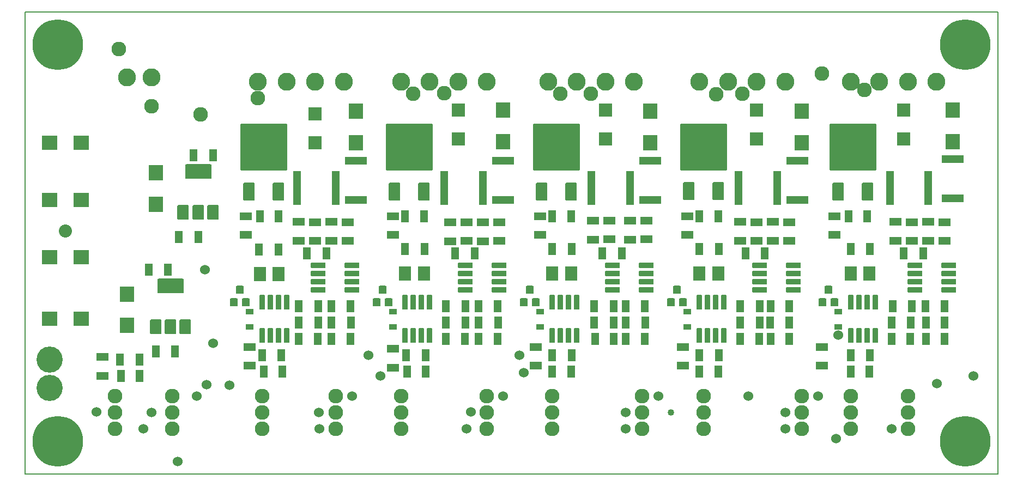
<source format=gbr>
G04 PROTEUS GERBER X2 FILE*
%TF.GenerationSoftware,Labcenter,Proteus,8.7-SP3-Build25561*%
%TF.CreationDate,2021-04-27T11:41:34+00:00*%
%TF.FileFunction,Soldermask,Top*%
%TF.FilePolarity,Negative*%
%TF.Part,Single*%
%TF.SameCoordinates,{43023d15-ec65-4f75-b5c5-abaf8f280f1e}*%
%FSLAX45Y45*%
%MOMM*%
G01*
%TA.AperFunction,Material*%
%ADD43C,1.016000*%
%ADD44C,1.524000*%
%ADD45C,2.032000*%
%ADD46C,2.286000*%
%AMPPAD041*
4,1,4,
0.596900,-2.654300,
-0.596900,-2.654300,
-0.596900,2.654300,
0.596900,2.654300,
0.596900,-2.654300,
0*%
%TA.AperFunction,Material*%
%ADD47PPAD041*%
%TA.AperFunction,Material*%
%ADD48C,4.064000*%
%ADD49C,2.794000*%
%AMPPAD044*
4,1,36,
-0.762000,1.143000,
0.762000,1.143000,
0.787970,1.140470,
0.811980,1.133200,
0.833580,1.121650,
0.852290,1.106290,
0.867650,1.087570,
0.879200,1.065980,
0.886470,1.041970,
0.889000,1.016000,
0.889000,-1.016000,
0.886470,-1.041970,
0.879200,-1.065980,
0.867650,-1.087570,
0.852290,-1.106290,
0.833580,-1.121650,
0.811980,-1.133200,
0.787970,-1.140470,
0.762000,-1.143000,
-0.762000,-1.143000,
-0.787970,-1.140470,
-0.811980,-1.133200,
-0.833580,-1.121650,
-0.852290,-1.106290,
-0.867650,-1.087570,
-0.879200,-1.065980,
-0.886470,-1.041970,
-0.889000,-1.016000,
-0.889000,1.016000,
-0.886470,1.041970,
-0.879200,1.065980,
-0.867650,1.087570,
-0.852290,1.106290,
-0.833580,1.121650,
-0.811980,1.133200,
-0.787970,1.140470,
-0.762000,1.143000,
0*%
%TA.AperFunction,Material*%
%ADD50PPAD044*%
%AMPPAD045*
4,1,36,
2.032000,1.016000,
2.032000,-1.016000,
2.029470,-1.041970,
2.022200,-1.065980,
2.010650,-1.087580,
1.995290,-1.106290,
1.976570,-1.121650,
1.954980,-1.133200,
1.930970,-1.140470,
1.905000,-1.143000,
-1.905000,-1.143000,
-1.930970,-1.140470,
-1.954980,-1.133200,
-1.976570,-1.121650,
-1.995290,-1.106290,
-2.010650,-1.087580,
-2.022200,-1.065980,
-2.029470,-1.041970,
-2.032000,-1.016000,
-2.032000,1.016000,
-2.029470,1.041970,
-2.022200,1.065980,
-2.010650,1.087580,
-1.995290,1.106290,
-1.976570,1.121650,
-1.954980,1.133200,
-1.930970,1.140470,
-1.905000,1.143000,
1.905000,1.143000,
1.930970,1.140470,
1.954980,1.133200,
1.976570,1.121650,
1.995290,1.106290,
2.010650,1.087580,
2.022200,1.065980,
2.029470,1.041970,
2.032000,1.016000,
0*%
%ADD51PPAD045*%
%AMPPAD046*
4,1,4,
-0.571500,0.901700,
0.571500,0.901700,
0.571500,-0.901700,
-0.571500,-0.901700,
-0.571500,0.901700,
0*%
%TA.AperFunction,Material*%
%ADD52PPAD046*%
%AMPPAD047*
4,1,4,
1.054100,-1.054100,
-1.054100,-1.054100,
-1.054100,1.054100,
1.054100,1.054100,
1.054100,-1.054100,
0*%
%ADD53PPAD047*%
%AMPPAD048*
4,1,4,
1.130300,-1.181100,
-1.130300,-1.181100,
-1.130300,1.181100,
1.130300,1.181100,
1.130300,-1.181100,
0*%
%ADD54PPAD048*%
%AMPPAD049*
4,1,4,
1.701800,0.622300,
1.701800,-0.622300,
-1.701800,-0.622300,
-1.701800,0.622300,
1.701800,0.622300,
0*%
%ADD55PPAD049*%
%AMPPAD050*
4,1,36,
-3.492500,3.619500,
3.492500,3.619500,
3.518470,3.616970,
3.542480,3.609700,
3.564080,3.598150,
3.582790,3.582790,
3.598150,3.564070,
3.609700,3.542480,
3.616970,3.518470,
3.619500,3.492500,
3.619500,-3.492500,
3.616970,-3.518470,
3.609700,-3.542480,
3.598150,-3.564070,
3.582790,-3.582790,
3.564080,-3.598150,
3.542480,-3.609700,
3.518470,-3.616970,
3.492500,-3.619500,
-3.492500,-3.619500,
-3.518470,-3.616970,
-3.542480,-3.609700,
-3.564080,-3.598150,
-3.582790,-3.582790,
-3.598150,-3.564070,
-3.609700,-3.542480,
-3.616970,-3.518470,
-3.619500,-3.492500,
-3.619500,3.492500,
-3.616970,3.518470,
-3.609700,3.542480,
-3.598150,3.564070,
-3.582790,3.582790,
-3.564080,3.598150,
-3.542480,3.609700,
-3.518470,3.616970,
-3.492500,3.619500,
0*%
%TA.AperFunction,Material*%
%ADD56PPAD050*%
%AMPPAD051*
4,1,36,
-0.762000,1.397000,
0.762000,1.397000,
0.787970,1.394470,
0.811980,1.387200,
0.833580,1.375650,
0.852290,1.360290,
0.867650,1.341570,
0.879200,1.319980,
0.886470,1.295970,
0.889000,1.270000,
0.889000,-1.270000,
0.886470,-1.295970,
0.879200,-1.319980,
0.867650,-1.341570,
0.852290,-1.360290,
0.833580,-1.375650,
0.811980,-1.387200,
0.787970,-1.394470,
0.762000,-1.397000,
-0.762000,-1.397000,
-0.787970,-1.394470,
-0.811980,-1.387200,
-0.833580,-1.375650,
-0.852290,-1.360290,
-0.867650,-1.341570,
-0.879200,-1.319980,
-0.886470,-1.295970,
-0.889000,-1.270000,
-0.889000,1.270000,
-0.886470,1.295970,
-0.879200,1.319980,
-0.867650,1.341570,
-0.852290,1.360290,
-0.833580,1.375650,
-0.811980,1.387200,
-0.787970,1.394470,
-0.762000,1.397000,
0*%
%ADD57PPAD051*%
%AMPPAD052*
4,1,36,
0.317500,-1.143000,
-0.317500,-1.143000,
-0.343470,-1.140470,
-0.367480,-1.133200,
-0.389080,-1.121650,
-0.407790,-1.106290,
-0.423150,-1.087570,
-0.434700,-1.065980,
-0.441970,-1.041970,
-0.444500,-1.016000,
-0.444500,1.016000,
-0.441970,1.041970,
-0.434700,1.065980,
-0.423150,1.087570,
-0.407790,1.106290,
-0.389080,1.121650,
-0.367480,1.133200,
-0.343470,1.140470,
-0.317500,1.143000,
0.317500,1.143000,
0.343470,1.140470,
0.367480,1.133200,
0.389080,1.121650,
0.407790,1.106290,
0.423150,1.087570,
0.434700,1.065980,
0.441970,1.041970,
0.444500,1.016000,
0.444500,-1.016000,
0.441970,-1.041970,
0.434700,-1.065980,
0.423150,-1.087570,
0.407790,-1.106290,
0.389080,-1.121650,
0.367480,-1.133200,
0.343470,-1.140470,
0.317500,-1.143000,
0*%
%TA.AperFunction,Material*%
%ADD58PPAD052*%
%AMPPAD053*
4,1,4,
0.901700,0.571500,
0.901700,-0.571500,
-0.901700,-0.571500,
-0.901700,0.571500,
0.901700,0.571500,
0*%
%TA.AperFunction,Material*%
%ADD59PPAD053*%
%AMPPAD054*
4,1,4,
-0.901700,1.130300,
0.901700,1.130300,
0.901700,-1.130300,
-0.901700,-1.130300,
-0.901700,1.130300,
0*%
%ADD60PPAD054*%
%AMPPAD055*
4,1,36,
0.571500,0.317500,
0.571500,-0.317500,
0.568970,-0.343470,
0.561700,-0.367480,
0.550150,-0.389080,
0.534790,-0.407790,
0.516070,-0.423150,
0.494480,-0.434700,
0.470470,-0.441970,
0.444500,-0.444500,
-0.444500,-0.444500,
-0.470470,-0.441970,
-0.494480,-0.434700,
-0.516070,-0.423150,
-0.534790,-0.407790,
-0.550150,-0.389080,
-0.561700,-0.367480,
-0.568970,-0.343470,
-0.571500,-0.317500,
-0.571500,0.317500,
-0.568970,0.343470,
-0.561700,0.367480,
-0.550150,0.389080,
-0.534790,0.407790,
-0.516070,0.423150,
-0.494480,0.434700,
-0.470470,0.441970,
-0.444500,0.444500,
0.444500,0.444500,
0.470470,0.441970,
0.494480,0.434700,
0.516070,0.423150,
0.534790,0.407790,
0.550150,0.389080,
0.561700,0.367480,
0.568970,0.343470,
0.571500,0.317500,
0*%
%ADD61PPAD055*%
%AMPPAD056*
4,1,36,
0.444500,-0.635000,
-0.444500,-0.635000,
-0.470470,-0.632470,
-0.494480,-0.625200,
-0.516080,-0.613650,
-0.534790,-0.598290,
-0.550150,-0.579570,
-0.561700,-0.557980,
-0.568970,-0.533970,
-0.571500,-0.508000,
-0.571500,0.508000,
-0.568970,0.533970,
-0.561700,0.557980,
-0.550150,0.579570,
-0.534790,0.598290,
-0.516080,0.613650,
-0.494480,0.625200,
-0.470470,0.632470,
-0.444500,0.635000,
0.444500,0.635000,
0.470470,0.632470,
0.494480,0.625200,
0.516080,0.613650,
0.534790,0.598290,
0.550150,0.579570,
0.561700,0.557980,
0.568970,0.533970,
0.571500,0.508000,
0.571500,-0.508000,
0.568970,-0.533970,
0.561700,-0.557980,
0.550150,-0.579570,
0.534790,-0.598290,
0.516080,-0.613650,
0.494480,-0.625200,
0.470470,-0.632470,
0.444500,-0.635000,
0*%
%TA.AperFunction,Material*%
%ADD62PPAD056*%
%AMPPAD057*
4,1,36,
-1.143000,-0.317500,
-1.143000,0.317500,
-1.140470,0.343470,
-1.133200,0.367480,
-1.121650,0.389080,
-1.106290,0.407790,
-1.087570,0.423150,
-1.065980,0.434700,
-1.041970,0.441970,
-1.016000,0.444500,
1.016000,0.444500,
1.041970,0.441970,
1.065980,0.434700,
1.087570,0.423150,
1.106290,0.407790,
1.121650,0.389080,
1.133200,0.367480,
1.140470,0.343470,
1.143000,0.317500,
1.143000,-0.317500,
1.140470,-0.343470,
1.133200,-0.367480,
1.121650,-0.389080,
1.106290,-0.407790,
1.087570,-0.423150,
1.065980,-0.434700,
1.041970,-0.441970,
1.016000,-0.444500,
-1.016000,-0.444500,
-1.041970,-0.441970,
-1.065980,-0.434700,
-1.087570,-0.423150,
-1.106290,-0.407790,
-1.121650,-0.389080,
-1.133200,-0.367480,
-1.140470,-0.343470,
-1.143000,-0.317500,
0*%
%TA.AperFunction,Material*%
%ADD63PPAD057*%
%AMPPAD058*
4,1,4,
-1.181100,-1.130300,
-1.181100,1.130300,
1.181100,1.130300,
1.181100,-1.130300,
-1.181100,-1.130300,
0*%
%TA.AperFunction,Material*%
%ADD64PPAD058*%
%TA.AperFunction,Material*%
%ADD65C,7.874000*%
%TA.AperFunction,Profile*%
%ADD37C,0.203200*%
%TD.AperFunction*%
D43*
X+1145382Y-2682923D03*
D44*
X-1079500Y-2730500D03*
X-2032000Y-3556000D03*
X-1524000Y-3048000D03*
X-1270000Y-2413000D03*
X+825500Y-3048000D03*
X+319343Y-3295127D03*
X+254000Y-3556000D03*
X+2730500Y-3302000D03*
X+2730500Y-3556000D03*
X-4233153Y-4064000D03*
X-2039404Y-3298486D03*
X-2033394Y-3554606D03*
X+5207000Y-3302000D03*
X+5207000Y-3556000D03*
X+6032500Y-2095500D03*
X+3238500Y-3048000D03*
X+1079500Y-2413000D03*
X+1143584Y-2681125D03*
X-3783137Y-2867613D03*
X-3424759Y-2876572D03*
X-3810000Y-1079500D03*
X-3683000Y-2222500D03*
X+6858000Y-3556000D03*
D43*
X-4635500Y-3302000D03*
D44*
X+5715000Y-3048000D03*
D43*
X+7556500Y-2857500D03*
X+3429000Y-3302000D03*
D44*
X-3937000Y-3048000D03*
X-4635657Y-3301843D03*
X-4762500Y-3556000D03*
X+4635500Y-3048000D03*
X+5995294Y-3705851D03*
X+8128000Y-2730500D03*
X+7558600Y-2855400D03*
D45*
X-5973747Y-483809D03*
D44*
X-5497414Y-3295974D03*
D46*
X-5143500Y+2349500D03*
X-3873500Y+1333500D03*
X-4635500Y+1460500D03*
X-2984500Y+1587500D03*
X-571500Y+1651000D03*
X-88587Y+1658838D03*
X+1714500Y+1651000D03*
X+2182519Y+1654135D03*
X+4134346Y+1645009D03*
X+4538704Y+1652360D03*
X+5778500Y+1968500D03*
X+6437156Y+1707029D03*
D47*
X-1778000Y+190500D03*
X-2378000Y+190500D03*
D48*
X-6223000Y-2476500D03*
X-6223000Y-2921000D03*
D49*
X-2095500Y+1841500D03*
X-1651000Y+1841500D03*
D46*
X-2921000Y-3556000D03*
X-2921000Y-3048000D03*
X-2921000Y-3302000D03*
D50*
X-4145280Y-190500D03*
D51*
X-3914140Y+439420D03*
D50*
X-3914140Y-190500D03*
X-3683000Y-190500D03*
D52*
X-3983000Y+698500D03*
X-3683000Y+698500D03*
X-4214140Y-571500D03*
X-3914140Y-571500D03*
D53*
X-2095500Y+1339000D03*
X-2095500Y+889000D03*
D54*
X-1460500Y+889000D03*
X-1460500Y+1379000D03*
X-4572000Y-63500D03*
X-4572000Y+426500D03*
D55*
X-1460500Y+610000D03*
X-1460500Y+0D03*
D56*
X-2895600Y+817880D03*
D57*
X-3124200Y+127000D03*
X-2667000Y+127000D03*
D58*
X-2921000Y-2108200D03*
X-2794000Y-2108200D03*
X-2667000Y-2108200D03*
X-2540000Y-2108200D03*
X-2540000Y-1587500D03*
X-2667000Y-1587500D03*
X-2794000Y-1587500D03*
X-2921000Y-1587500D03*
D52*
X-2667000Y-254000D03*
X-2957000Y-254000D03*
D59*
X-3175000Y-254000D03*
X-3175000Y-544000D03*
D52*
X-2967000Y-768350D03*
X-2667000Y-768350D03*
D60*
X-2957000Y-1149350D03*
X-2667000Y-1149350D03*
D61*
X-3111500Y-1968500D03*
X-3111500Y-1733550D03*
D52*
X-2921000Y-2413000D03*
X-2621000Y-2413000D03*
X-2893500Y-2667000D03*
X-2603500Y-2667000D03*
D62*
X-3268980Y-1397000D03*
X-3362960Y-1587500D03*
X-3175000Y-1587500D03*
D59*
X-3111500Y-2286000D03*
X-3111500Y-2576000D03*
X-1587500Y-635000D03*
X-1587500Y-345000D03*
X-2095500Y-635000D03*
X-2095500Y-345000D03*
X-1841500Y-335000D03*
X-1841500Y-635000D03*
D63*
X-2044700Y-1016000D03*
X-2044700Y-1143000D03*
X-2044700Y-1270000D03*
X-2044700Y-1397000D03*
X-1524000Y-1397000D03*
X-1524000Y-1270000D03*
X-1524000Y-1143000D03*
X-1524000Y-1016000D03*
D52*
X-2222500Y-825500D03*
X-1922500Y-825500D03*
X-1841500Y-2159000D03*
X-1551500Y-2159000D03*
X-1841500Y-1651000D03*
X-1551500Y-1651000D03*
X-2349500Y-2159000D03*
X-2059500Y-2159000D03*
X-2349500Y-1651000D03*
X-2049500Y-1651000D03*
X-2349500Y-1905000D03*
X-2049500Y-1905000D03*
X-1841500Y-1905000D03*
X-1541500Y-1905000D03*
D59*
X-2349500Y-335000D03*
X-2349500Y-635000D03*
D56*
X-635000Y+817880D03*
D57*
X-863600Y+127000D03*
X-406400Y+127000D03*
D47*
X+508000Y+190500D03*
X-92000Y+190500D03*
D53*
X+127000Y+1397000D03*
X+127000Y+947000D03*
D54*
X+825500Y+907000D03*
X+825500Y+1397000D03*
D55*
X+825500Y+610000D03*
X+825500Y+0D03*
D63*
X+241300Y-1016000D03*
X+241300Y-1143000D03*
X+241300Y-1270000D03*
X+241300Y-1397000D03*
X+762000Y-1397000D03*
X+762000Y-1270000D03*
X+762000Y-1143000D03*
X+762000Y-1016000D03*
D59*
X-889000Y-254000D03*
X-889000Y-544000D03*
D52*
X-408500Y-254000D03*
X-698500Y-254000D03*
X-698500Y-762000D03*
X-398500Y-762000D03*
D60*
X-698500Y-1143000D03*
X-408500Y-1143000D03*
D62*
X-1046480Y-1397000D03*
X-1140460Y-1587500D03*
X-952500Y-1587500D03*
D61*
X-889000Y-1968500D03*
X-889000Y-1733550D03*
D58*
X-698500Y-2108200D03*
X-571500Y-2108200D03*
X-444500Y-2108200D03*
X-317500Y-2108200D03*
X-317500Y-1587500D03*
X-444500Y-1587500D03*
X-571500Y-1587500D03*
X-698500Y-1587500D03*
D59*
X-889000Y-2313500D03*
X-889000Y-2603500D03*
D52*
X-671000Y-2667000D03*
X-381000Y-2667000D03*
X-681000Y-2413000D03*
X-381000Y-2413000D03*
D59*
X+0Y-345000D03*
X+0Y-645000D03*
X+508000Y-345000D03*
X+508000Y-645000D03*
X+762000Y-635000D03*
X+762000Y-345000D03*
X+254000Y-635000D03*
X+254000Y-345000D03*
D52*
X+81000Y-825500D03*
X+381000Y-825500D03*
X-63500Y-1651000D03*
X+236500Y-1651000D03*
X-63500Y-1905000D03*
X+236500Y-1905000D03*
X-63500Y-2159000D03*
X+226500Y-2159000D03*
X+444500Y-1651000D03*
X+734500Y-1651000D03*
X+444500Y-2159000D03*
X+734500Y-2159000D03*
X+444500Y-1905000D03*
X+744500Y-1905000D03*
D49*
X+571500Y+1841500D03*
X+127000Y+1841500D03*
D46*
X-762000Y-3556000D03*
X-762000Y-3302000D03*
X-762000Y-3048000D03*
D54*
X+3111500Y+889000D03*
X+3111500Y+1379000D03*
D53*
X+2413000Y+1397000D03*
X+2413000Y+947000D03*
D61*
X+1397000Y-1968500D03*
X+1397000Y-1733550D03*
D47*
X+2794000Y+190500D03*
X+2194000Y+190500D03*
D62*
X+1239520Y-1397000D03*
X+1145540Y-1587500D03*
X+1333500Y-1587500D03*
D56*
X+1651000Y+817880D03*
D57*
X+1422400Y+127000D03*
X+1879600Y+127000D03*
D46*
X+1587500Y-3302000D03*
X+1587500Y-3556000D03*
X+1587500Y-3048000D03*
D63*
X+2527300Y-1016000D03*
X+2527300Y-1143000D03*
X+2527300Y-1270000D03*
X+2527300Y-1397000D03*
X+3048000Y-1397000D03*
X+3048000Y-1270000D03*
X+3048000Y-1143000D03*
X+3048000Y-1016000D03*
D58*
X+1587500Y-2108200D03*
X+1714500Y-2108200D03*
X+1841500Y-2108200D03*
X+1968500Y-2108200D03*
X+1968500Y-1587500D03*
X+1841500Y-1587500D03*
X+1714500Y-1587500D03*
X+1587500Y-1587500D03*
D55*
X+3111500Y+610000D03*
X+3111500Y+0D03*
D49*
X+2857500Y+1841500D03*
X+2413000Y+1841500D03*
D52*
X+1587500Y-762000D03*
X+1887500Y-762000D03*
D60*
X+1587500Y-1143000D03*
X+1877500Y-1143000D03*
D59*
X+1397000Y-254000D03*
X+1397000Y-544000D03*
D52*
X+1877500Y-254000D03*
X+1587500Y-254000D03*
X+1587500Y-2667000D03*
X+1877500Y-2667000D03*
D59*
X+1333500Y-2286000D03*
X+1333500Y-2576000D03*
D52*
X+1587500Y-2413000D03*
X+1887500Y-2413000D03*
D59*
X+2222500Y-317500D03*
X+2222500Y-617500D03*
X+2476500Y-607500D03*
X+2476500Y-317500D03*
X+3048000Y-607500D03*
X+3048000Y-317500D03*
X+2794000Y-617500D03*
X+2794000Y-317500D03*
D52*
X+2367000Y-825500D03*
X+2667000Y-825500D03*
X+2730500Y-2159000D03*
X+3020500Y-2159000D03*
X+2730500Y-1651000D03*
X+3020500Y-1651000D03*
X+2250000Y-2159000D03*
X+2540000Y-2159000D03*
X+2240000Y-1905000D03*
X+2540000Y-1905000D03*
X+2730500Y-1905000D03*
X+3030500Y-1905000D03*
X+2240000Y-1651000D03*
X+2540000Y-1651000D03*
D54*
X+5461000Y+889000D03*
X+5461000Y+1379000D03*
D53*
X+4762500Y+1397000D03*
X+4762500Y+947000D03*
D61*
X+3683000Y-1968500D03*
X+3683000Y-1733550D03*
D46*
X+3937000Y-3556000D03*
X+6223000Y-3556000D03*
X+3937000Y-3048000D03*
X+6223000Y-3048000D03*
D47*
X+5080000Y+190500D03*
X+4480000Y+190500D03*
D46*
X+3937000Y-3302000D03*
X+6223000Y-3302000D03*
D62*
X+3525520Y-1397000D03*
X+3431540Y-1587500D03*
X+3619500Y-1587500D03*
D56*
X+3937000Y+825500D03*
D57*
X+3708400Y+134620D03*
X+4165600Y+134620D03*
D62*
X+5875020Y-1397000D03*
X+5781040Y-1587500D03*
X+5969000Y-1587500D03*
D56*
X+6261100Y+817880D03*
D57*
X+6032500Y+127000D03*
X+6489700Y+127000D03*
D49*
X+5207000Y+1841500D03*
X+4762500Y+1841500D03*
X+7556500Y+1841500D03*
X+7112000Y+1841500D03*
D55*
X+5397500Y+610000D03*
X+5397500Y+0D03*
X+7810500Y+635000D03*
X+7810500Y+25000D03*
D63*
X+4813300Y-1016000D03*
X+4813300Y-1143000D03*
X+4813300Y-1270000D03*
X+4813300Y-1397000D03*
X+5334000Y-1397000D03*
X+5334000Y-1270000D03*
X+5334000Y-1143000D03*
X+5334000Y-1016000D03*
D58*
X+3873500Y-2108200D03*
X+4000500Y-2108200D03*
X+4127500Y-2108200D03*
X+4254500Y-2108200D03*
X+4254500Y-1587500D03*
X+4127500Y-1587500D03*
X+4000500Y-1587500D03*
X+3873500Y-1587500D03*
D63*
X+7226300Y-1016000D03*
X+7226300Y-1143000D03*
X+7226300Y-1270000D03*
X+7226300Y-1397000D03*
X+7747000Y-1397000D03*
X+7747000Y-1270000D03*
X+7747000Y-1143000D03*
X+7747000Y-1016000D03*
D58*
X+6223000Y-2108200D03*
X+6350000Y-2108200D03*
X+6477000Y-2108200D03*
X+6604000Y-2108200D03*
X+6604000Y-1587500D03*
X+6477000Y-1587500D03*
X+6350000Y-1587500D03*
X+6223000Y-1587500D03*
D52*
X+3873500Y-2413000D03*
X+4173500Y-2413000D03*
X+3873500Y-762000D03*
X+4173500Y-762000D03*
D60*
X+3873500Y-1143000D03*
X+4163500Y-1143000D03*
D59*
X+3619500Y-2286000D03*
X+3619500Y-2576000D03*
X+3683000Y-254000D03*
X+3683000Y-544000D03*
D52*
X+4163500Y-254000D03*
X+3873500Y-254000D03*
X+3873500Y-2667000D03*
X+4163500Y-2667000D03*
D59*
X+5270500Y-635000D03*
X+5270500Y-345000D03*
X+4762500Y-635000D03*
X+4762500Y-345000D03*
D52*
X+4508500Y-2159000D03*
X+4798500Y-2159000D03*
X+4589500Y-825500D03*
X+4889500Y-825500D03*
D59*
X+5016500Y-335000D03*
X+5016500Y-635000D03*
X+4508500Y-335000D03*
X+4508500Y-635000D03*
D52*
X+4980500Y-2159000D03*
X+5270500Y-2159000D03*
X+4980500Y-1651000D03*
X+5270500Y-1651000D03*
X+7393500Y-2159000D03*
X+7683500Y-2159000D03*
X+4508500Y-1905000D03*
X+4808500Y-1905000D03*
X+4970500Y-1905000D03*
X+5270500Y-1905000D03*
X+4508500Y-1651000D03*
X+4808500Y-1651000D03*
D54*
X+7810500Y+907000D03*
X+7810500Y+1397000D03*
D53*
X+7048500Y+1397000D03*
X+7048500Y+947000D03*
D61*
X+6032500Y-1968500D03*
X+6032500Y-1733550D03*
D47*
X+7429500Y+190500D03*
X+6829500Y+190500D03*
D52*
X+6858000Y-1905000D03*
X+7158000Y-1905000D03*
X+6223000Y-762000D03*
X+6523000Y-762000D03*
D60*
X+6223000Y-1143000D03*
X+6513000Y-1143000D03*
D59*
X+5969000Y-254000D03*
X+5969000Y-544000D03*
D52*
X+6477000Y-254000D03*
X+6187000Y-254000D03*
D59*
X+5778500Y-2286000D03*
X+5778500Y-2576000D03*
D52*
X+6223000Y-2667000D03*
X+6513000Y-2667000D03*
X+6223000Y-2413000D03*
X+6523000Y-2413000D03*
X+7048500Y-825500D03*
X+7348500Y-825500D03*
X+7383500Y-1651000D03*
X+7683500Y-1651000D03*
D59*
X+7429500Y-335000D03*
X+7429500Y-635000D03*
D52*
X+6875500Y-1651000D03*
X+7175500Y-1651000D03*
D59*
X+6921500Y-335000D03*
X+6921500Y-635000D03*
D52*
X+7393500Y-1905000D03*
X+7683500Y-1905000D03*
D59*
X+7683500Y-635000D03*
X+7683500Y-345000D03*
X+7175500Y-635000D03*
X+7175500Y-345000D03*
D52*
X+6858000Y-2159000D03*
X+7148000Y-2159000D03*
D46*
X+7112000Y-3302000D03*
X+5461000Y-3302000D03*
X+2984500Y-3302000D03*
X+571500Y-3302000D03*
X-1778000Y-3302000D03*
X+7112000Y-3556000D03*
X+5461000Y-3556000D03*
X+2984500Y-3556000D03*
X+571500Y-3556000D03*
X-1778000Y-3556000D03*
X+7112000Y-3048000D03*
X+5461000Y-3048000D03*
X+2984500Y-3048000D03*
X+571500Y-3048000D03*
X-1778000Y-3048000D03*
D49*
X+6667500Y+1841500D03*
X+6223000Y+1841500D03*
X+4318000Y+1841500D03*
X+3873500Y+1841500D03*
X+1968500Y+1841500D03*
X+1524000Y+1841500D03*
X-317500Y+1841500D03*
X-762000Y+1841500D03*
X-2540000Y+1841500D03*
X-2984500Y+1841500D03*
X-5016500Y+1905000D03*
X-4635500Y+1905000D03*
D46*
X-4318000Y-3556000D03*
X-4318000Y-3048000D03*
X-4318000Y-3302000D03*
D50*
X-4572000Y-1968500D03*
D51*
X-4340860Y-1338580D03*
D50*
X-4340860Y-1968500D03*
X-4109720Y-1968500D03*
D52*
X-4572000Y-2349500D03*
X-4272000Y-2349500D03*
X-4681500Y-1079500D03*
X-4381500Y-1079500D03*
D54*
X-5016500Y-1460500D03*
X-5016500Y-1950500D03*
D64*
X-6223000Y+889000D03*
X-5733000Y+889000D03*
X-6223000Y+0D03*
X-5733000Y+0D03*
X-6223000Y-889000D03*
X-5733000Y-889000D03*
X-6223000Y-1841500D03*
X-5733000Y-1841500D03*
D65*
X-6096000Y-3746500D03*
X-6096000Y+2413000D03*
X+8001000Y+2413000D03*
X+8001000Y-3746500D03*
D52*
X-4826000Y-2476500D03*
X-5126000Y-2476500D03*
D59*
X-5397500Y-2440500D03*
X-5397500Y-2730500D03*
D52*
X-4826000Y-2730500D03*
X-5116000Y-2730500D03*
D46*
X-5207000Y-3048000D03*
X-5207000Y-3302000D03*
X-5207000Y-3556000D03*
D37*
X-6604000Y-4254500D02*
X+8509000Y-4254500D01*
X+8509000Y+2921000D01*
X-6604000Y+2921000D01*
X-6604000Y-4254500D01*
M02*

</source>
